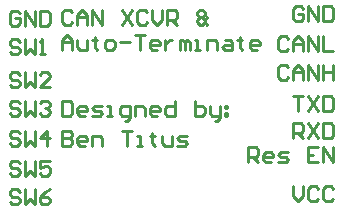
<source format=gbo>
G04*
G04 #@! TF.GenerationSoftware,Altium Limited,Altium Designer,18.0.12 (696)*
G04*
G04 Layer_Color=32896*
%FSLAX25Y25*%
%MOIN*%
G70*
G01*
G75*
%ADD10C,0.01000*%
D10*
X154000Y147063D02*
Y142064D01*
X156499D01*
X157332Y142897D01*
Y146230D01*
X156499Y147063D01*
X154000D01*
X161498Y142064D02*
X159831D01*
X158998Y142897D01*
Y144563D01*
X159831Y145396D01*
X161498D01*
X162331Y144563D01*
Y143730D01*
X158998D01*
X163997Y142064D02*
X166496D01*
X167329Y142897D01*
X166496Y143730D01*
X164830D01*
X163997Y144563D01*
X164830Y145396D01*
X167329D01*
X168995Y142064D02*
X170661D01*
X169828D01*
Y145396D01*
X168995D01*
X174827Y140398D02*
X175660D01*
X176493Y141231D01*
Y145396D01*
X173994D01*
X173161Y144563D01*
Y142897D01*
X173994Y142064D01*
X176493D01*
X178159D02*
Y145396D01*
X180658D01*
X181491Y144563D01*
Y142064D01*
X185656D02*
X183990D01*
X183157Y142897D01*
Y144563D01*
X183990Y145396D01*
X185656D01*
X186489Y144563D01*
Y143730D01*
X183157D01*
X191488Y147063D02*
Y142064D01*
X188989D01*
X188156Y142897D01*
Y144563D01*
X188989Y145396D01*
X191488D01*
X198152Y147063D02*
Y142064D01*
X200652D01*
X201485Y142897D01*
Y143730D01*
Y144563D01*
X200652Y145396D01*
X198152D01*
X203151D02*
Y142897D01*
X203984Y142064D01*
X206483D01*
Y141231D01*
X205650Y140398D01*
X204817D01*
X206483Y142064D02*
Y145396D01*
X208149D02*
X208982D01*
Y144563D01*
X208149D01*
Y145396D01*
Y142897D02*
X208982D01*
Y142064D01*
X208149D01*
Y142897D01*
X154000Y136998D02*
Y132000D01*
X156499D01*
X157332Y132833D01*
Y133666D01*
X156499Y134499D01*
X154000D01*
X156499D01*
X157332Y135332D01*
Y136165D01*
X156499Y136998D01*
X154000D01*
X161498Y132000D02*
X159831D01*
X158998Y132833D01*
Y134499D01*
X159831Y135332D01*
X161498D01*
X162331Y134499D01*
Y133666D01*
X158998D01*
X163997Y132000D02*
Y135332D01*
X166496D01*
X167329Y134499D01*
Y132000D01*
X173994Y136998D02*
X177326D01*
X175660D01*
Y132000D01*
X178992D02*
X180658D01*
X179825D01*
Y135332D01*
X178992D01*
X183990Y136165D02*
Y135332D01*
X183157D01*
X184823D01*
X183990D01*
Y132833D01*
X184823Y132000D01*
X187322Y135332D02*
Y132833D01*
X188156Y132000D01*
X190655D01*
Y135332D01*
X192321Y132000D02*
X194820D01*
X195653Y132833D01*
X194820Y133666D01*
X193154D01*
X192321Y134499D01*
X193154Y135332D01*
X195653D01*
X157332Y176563D02*
X156499Y177396D01*
X154833D01*
X154000Y176563D01*
Y173231D01*
X154833Y172398D01*
X156499D01*
X157332Y173231D01*
X158998Y172398D02*
Y175730D01*
X160664Y177396D01*
X162331Y175730D01*
Y172398D01*
Y174897D01*
X158998D01*
X163997Y172398D02*
Y177396D01*
X167329Y172398D01*
Y177396D01*
X173994D02*
X177326Y172398D01*
Y177396D02*
X173994Y172398D01*
X182324Y176563D02*
X181491Y177396D01*
X179825D01*
X178992Y176563D01*
Y173231D01*
X179825Y172398D01*
X181491D01*
X182324Y173231D01*
X183990Y177396D02*
Y174064D01*
X185656Y172398D01*
X187322Y174064D01*
Y177396D01*
X188989Y172398D02*
Y177396D01*
X191488D01*
X192321Y176563D01*
Y174897D01*
X191488Y174064D01*
X188989D01*
X190655D02*
X192321Y172398D01*
X202318D02*
X201485Y173231D01*
X200652Y172398D01*
X199819D01*
X198985Y173231D01*
Y174064D01*
X199819Y174897D01*
X198985Y175730D01*
Y176563D01*
X199819Y177396D01*
X200652D01*
X201485Y176563D01*
Y175730D01*
X200652Y174897D01*
X201485Y174064D01*
Y173231D01*
X202318Y174897D02*
X201485Y174064D01*
X199819Y174897D02*
X200652D01*
X154000Y164000D02*
Y167332D01*
X155666Y168998D01*
X157332Y167332D01*
Y164000D01*
Y166499D01*
X154000D01*
X158998Y167332D02*
Y164833D01*
X159831Y164000D01*
X162331D01*
Y167332D01*
X164830Y168165D02*
Y167332D01*
X163997D01*
X165663D01*
X164830D01*
Y164833D01*
X165663Y164000D01*
X168995D02*
X170661D01*
X171494Y164833D01*
Y166499D01*
X170661Y167332D01*
X168995D01*
X168162Y166499D01*
Y164833D01*
X168995Y164000D01*
X173161Y166499D02*
X176493D01*
X178159Y168998D02*
X181491D01*
X179825D01*
Y164000D01*
X185656D02*
X183990D01*
X183157Y164833D01*
Y166499D01*
X183990Y167332D01*
X185656D01*
X186489Y166499D01*
Y165666D01*
X183157D01*
X188156Y167332D02*
Y164000D01*
Y165666D01*
X188989Y166499D01*
X189822Y167332D01*
X190655D01*
X193154Y164000D02*
Y167332D01*
X193987D01*
X194820Y166499D01*
Y164000D01*
Y166499D01*
X195653Y167332D01*
X196486Y166499D01*
Y164000D01*
X198152D02*
X199819D01*
X198985D01*
Y167332D01*
X198152D01*
X202318Y164000D02*
Y167332D01*
X204817D01*
X205650Y166499D01*
Y164000D01*
X208149Y167332D02*
X209815D01*
X210648Y166499D01*
Y164000D01*
X208149D01*
X207316Y164833D01*
X208149Y165666D01*
X210648D01*
X213147Y168165D02*
Y167332D01*
X212314D01*
X213981D01*
X213147D01*
Y164833D01*
X213981Y164000D01*
X218979D02*
X217313D01*
X216480Y164833D01*
Y166499D01*
X217313Y167332D01*
X218979D01*
X219812Y166499D01*
Y165666D01*
X216480D01*
X139832Y176165D02*
X138999Y176998D01*
X137333D01*
X136500Y176165D01*
Y172833D01*
X137333Y172000D01*
X138999D01*
X139832Y172833D01*
Y174499D01*
X138166D01*
X141498Y172000D02*
Y176998D01*
X144831Y172000D01*
Y176998D01*
X146497D02*
Y172000D01*
X148996D01*
X149829Y172833D01*
Y176165D01*
X148996Y176998D01*
X146497D01*
X139832Y166665D02*
X138999Y167498D01*
X137333D01*
X136500Y166665D01*
Y165832D01*
X137333Y164999D01*
X138999D01*
X139832Y164166D01*
Y163333D01*
X138999Y162500D01*
X137333D01*
X136500Y163333D01*
X141498Y167498D02*
Y162500D01*
X143165Y164166D01*
X144831Y162500D01*
Y167498D01*
X146497Y162500D02*
X148163D01*
X147330D01*
Y167498D01*
X146497Y166665D01*
X139832Y155665D02*
X138999Y156498D01*
X137333D01*
X136500Y155665D01*
Y154832D01*
X137333Y153999D01*
X138999D01*
X139832Y153166D01*
Y152333D01*
X138999Y151500D01*
X137333D01*
X136500Y152333D01*
X141498Y156498D02*
Y151500D01*
X143165Y153166D01*
X144831Y151500D01*
Y156498D01*
X149829Y151500D02*
X146497D01*
X149829Y154832D01*
Y155665D01*
X148996Y156498D01*
X147330D01*
X146497Y155665D01*
X139832Y146165D02*
X138999Y146998D01*
X137333D01*
X136500Y146165D01*
Y145332D01*
X137333Y144499D01*
X138999D01*
X139832Y143666D01*
Y142833D01*
X138999Y142000D01*
X137333D01*
X136500Y142833D01*
X141498Y146998D02*
Y142000D01*
X143165Y143666D01*
X144831Y142000D01*
Y146998D01*
X146497Y146165D02*
X147330Y146998D01*
X148996D01*
X149829Y146165D01*
Y145332D01*
X148996Y144499D01*
X148163D01*
X148996D01*
X149829Y143666D01*
Y142833D01*
X148996Y142000D01*
X147330D01*
X146497Y142833D01*
X139832Y136165D02*
X138999Y136998D01*
X137333D01*
X136500Y136165D01*
Y135332D01*
X137333Y134499D01*
X138999D01*
X139832Y133666D01*
Y132833D01*
X138999Y132000D01*
X137333D01*
X136500Y132833D01*
X141498Y136998D02*
Y132000D01*
X143165Y133666D01*
X144831Y132000D01*
Y136998D01*
X148996Y132000D02*
Y136998D01*
X146497Y134499D01*
X149829D01*
X139832Y126165D02*
X138999Y126998D01*
X137333D01*
X136500Y126165D01*
Y125332D01*
X137333Y124499D01*
X138999D01*
X139832Y123666D01*
Y122833D01*
X138999Y122000D01*
X137333D01*
X136500Y122833D01*
X141498Y126998D02*
Y122000D01*
X143165Y123666D01*
X144831Y122000D01*
Y126998D01*
X149829D02*
X146497D01*
Y124499D01*
X148163Y125332D01*
X148996D01*
X149829Y124499D01*
Y122833D01*
X148996Y122000D01*
X147330D01*
X146497Y122833D01*
X139832Y116665D02*
X138999Y117498D01*
X137333D01*
X136500Y116665D01*
Y115832D01*
X137333Y114999D01*
X138999D01*
X139832Y114166D01*
Y113333D01*
X138999Y112500D01*
X137333D01*
X136500Y113333D01*
X141498Y117498D02*
Y112500D01*
X143165Y114166D01*
X144831Y112500D01*
Y117498D01*
X149829D02*
X148163Y116665D01*
X146497Y114999D01*
Y113333D01*
X147330Y112500D01*
X148996D01*
X149829Y113333D01*
Y114166D01*
X148996Y114999D01*
X146497D01*
X231000Y118498D02*
Y115166D01*
X232666Y113500D01*
X234332Y115166D01*
Y118498D01*
X239331Y117665D02*
X238498Y118498D01*
X236831D01*
X235998Y117665D01*
Y114333D01*
X236831Y113500D01*
X238498D01*
X239331Y114333D01*
X244329Y117665D02*
X243496Y118498D01*
X241830D01*
X240997Y117665D01*
Y114333D01*
X241830Y113500D01*
X243496D01*
X244329Y114333D01*
X216000Y126500D02*
Y131498D01*
X218499D01*
X219332Y130665D01*
Y128999D01*
X218499Y128166D01*
X216000D01*
X217666D02*
X219332Y126500D01*
X223498D02*
X221831D01*
X220998Y127333D01*
Y128999D01*
X221831Y129832D01*
X223498D01*
X224331Y128999D01*
Y128166D01*
X220998D01*
X225997Y126500D02*
X228496D01*
X229329Y127333D01*
X228496Y128166D01*
X226830D01*
X225997Y128999D01*
X226830Y129832D01*
X229329D01*
X239326Y131498D02*
X235994D01*
Y126500D01*
X239326D01*
X235994Y128999D02*
X237660D01*
X240992Y126500D02*
Y131498D01*
X244324Y126500D01*
Y131498D01*
X231000Y134500D02*
Y139498D01*
X233499D01*
X234332Y138665D01*
Y136999D01*
X233499Y136166D01*
X231000D01*
X232666D02*
X234332Y134500D01*
X235998Y139498D02*
X239331Y134500D01*
Y139498D02*
X235998Y134500D01*
X240997Y139498D02*
Y134500D01*
X243496D01*
X244329Y135333D01*
Y138665D01*
X243496Y139498D01*
X240997D01*
X231000Y148498D02*
X234332D01*
X232666D01*
Y143500D01*
X235998Y148498D02*
X239331Y143500D01*
Y148498D02*
X235998Y143500D01*
X240997Y148498D02*
Y143500D01*
X243496D01*
X244329Y144333D01*
Y147665D01*
X243496Y148498D01*
X240997D01*
X229332Y158165D02*
X228499Y158998D01*
X226833D01*
X226000Y158165D01*
Y154833D01*
X226833Y154000D01*
X228499D01*
X229332Y154833D01*
X230998Y154000D02*
Y157332D01*
X232664Y158998D01*
X234331Y157332D01*
Y154000D01*
Y156499D01*
X230998D01*
X235997Y154000D02*
Y158998D01*
X239329Y154000D01*
Y158998D01*
X240995D02*
Y154000D01*
Y156499D01*
X244327D01*
Y158998D01*
Y154000D01*
X229332Y167665D02*
X228499Y168498D01*
X226833D01*
X226000Y167665D01*
Y164333D01*
X226833Y163500D01*
X228499D01*
X229332Y164333D01*
X230998Y163500D02*
Y166832D01*
X232664Y168498D01*
X234331Y166832D01*
Y163500D01*
Y165999D01*
X230998D01*
X235997Y163500D02*
Y168498D01*
X239329Y163500D01*
Y168498D01*
X240995D02*
Y163500D01*
X244327D01*
X234332Y177665D02*
X233499Y178498D01*
X231833D01*
X231000Y177665D01*
Y174333D01*
X231833Y173500D01*
X233499D01*
X234332Y174333D01*
Y175999D01*
X232666D01*
X235998Y173500D02*
Y178498D01*
X239331Y173500D01*
Y178498D01*
X240997D02*
Y173500D01*
X243496D01*
X244329Y174333D01*
Y177665D01*
X243496Y178498D01*
X240997D01*
M02*

</source>
